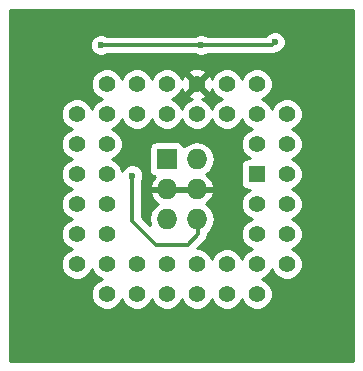
<source format=gbl>
%TF.GenerationSoftware,KiCad,Pcbnew,4.0.2+dfsg1-stable*%
%TF.CreationDate,2019-03-01T15:19:43+01:00*%
%TF.ProjectId,A1200MPU-Adapter,41313230304D50552D41646170746572,rev?*%
%TF.FileFunction,Copper,L2,Bot,Signal*%
%FSLAX46Y46*%
G04 Gerber Fmt 4.6, Leading zero omitted, Abs format (unit mm)*
G04 Created by KiCad (PCBNEW 4.0.2+dfsg1-stable) date Fri 01 Mar 2019 15:19:43 CET*
%MOMM*%
G01*
G04 APERTURE LIST*
%ADD10C,0.100000*%
%ADD11R,1.397000X1.397000*%
%ADD12C,1.397000*%
%ADD13R,1.727200X1.727200*%
%ADD14O,1.727200X1.727200*%
%ADD15C,0.600000*%
%ADD16C,0.300000*%
%ADD17C,0.254000*%
G04 APERTURE END LIST*
D10*
D11*
X153670000Y-102870000D03*
D12*
X156210000Y-105410000D03*
X153670000Y-105410000D03*
X156210000Y-107950000D03*
X153670000Y-107950000D03*
X156210000Y-110490000D03*
X153670000Y-113030000D03*
X153670000Y-110490000D03*
X151130000Y-113030000D03*
X151130000Y-110490000D03*
X148590000Y-113030000D03*
X148590000Y-110490000D03*
X146050000Y-113030000D03*
X146050000Y-110490000D03*
X143510000Y-113030000D03*
X143510000Y-110490000D03*
X140970000Y-113030000D03*
X138430000Y-110490000D03*
X140970000Y-110490000D03*
X138430000Y-107950000D03*
X140970000Y-107950000D03*
X138430000Y-105410000D03*
X140970000Y-105410000D03*
X138430000Y-102870000D03*
X140970000Y-102870000D03*
X138430000Y-100330000D03*
X140970000Y-100330000D03*
X138430000Y-97790000D03*
X140970000Y-95250000D03*
X140970000Y-97790000D03*
X143510000Y-95250000D03*
X143510000Y-97790000D03*
X146050000Y-95250000D03*
X146050000Y-97790000D03*
X148590000Y-95250000D03*
X148590000Y-97790000D03*
X151130000Y-95250000D03*
X151130000Y-97790000D03*
X153670000Y-95250000D03*
X156210000Y-97790000D03*
X153670000Y-97790000D03*
X156210000Y-100330000D03*
X153670000Y-100330000D03*
X156210000Y-102870000D03*
D13*
X146050000Y-101600000D03*
D14*
X148590000Y-101600000D03*
X146050000Y-104140000D03*
X148590000Y-104140000D03*
X146050000Y-106680000D03*
X148590000Y-106680000D03*
D15*
X140462000Y-91948000D03*
X155194000Y-91694000D03*
X148971000Y-91948000D03*
X143129000Y-102997000D03*
D16*
X148971000Y-91948000D02*
X140462000Y-91948000D01*
X155194000Y-91694000D02*
X154940000Y-91948000D01*
X154940000Y-91948000D02*
X148971000Y-91948000D01*
X143129000Y-102997000D02*
X143129000Y-106807000D01*
X143129000Y-106807000D02*
X145161000Y-108839000D01*
X145161000Y-108839000D02*
X147828000Y-108839000D01*
X147828000Y-108839000D02*
X148717000Y-107950000D01*
X148717000Y-107950000D02*
X148717000Y-106807000D01*
X148717000Y-106807000D02*
X148590000Y-106680000D01*
D17*
G36*
X161850000Y-118670000D02*
X132790000Y-118670000D01*
X132790000Y-98054086D01*
X137096269Y-98054086D01*
X137298854Y-98544380D01*
X137673647Y-98919827D01*
X138011446Y-99060094D01*
X137675620Y-99198854D01*
X137300173Y-99573647D01*
X137096732Y-100063587D01*
X137096269Y-100594086D01*
X137298854Y-101084380D01*
X137673647Y-101459827D01*
X138011446Y-101600094D01*
X137675620Y-101738854D01*
X137300173Y-102113647D01*
X137096732Y-102603587D01*
X137096269Y-103134086D01*
X137298854Y-103624380D01*
X137673647Y-103999827D01*
X138011446Y-104140094D01*
X137675620Y-104278854D01*
X137300173Y-104653647D01*
X137096732Y-105143587D01*
X137096269Y-105674086D01*
X137298854Y-106164380D01*
X137673647Y-106539827D01*
X138011446Y-106680094D01*
X137675620Y-106818854D01*
X137300173Y-107193647D01*
X137096732Y-107683587D01*
X137096269Y-108214086D01*
X137298854Y-108704380D01*
X137673647Y-109079827D01*
X138011446Y-109220094D01*
X137675620Y-109358854D01*
X137300173Y-109733647D01*
X137096732Y-110223587D01*
X137096269Y-110754086D01*
X137298854Y-111244380D01*
X137673647Y-111619827D01*
X138163587Y-111823268D01*
X138694086Y-111823731D01*
X139184380Y-111621146D01*
X139559827Y-111246353D01*
X139700094Y-110908554D01*
X139838854Y-111244380D01*
X140213647Y-111619827D01*
X140551446Y-111760094D01*
X140215620Y-111898854D01*
X139840173Y-112273647D01*
X139636732Y-112763587D01*
X139636269Y-113294086D01*
X139838854Y-113784380D01*
X140213647Y-114159827D01*
X140703587Y-114363268D01*
X141234086Y-114363731D01*
X141724380Y-114161146D01*
X142099827Y-113786353D01*
X142240094Y-113448554D01*
X142378854Y-113784380D01*
X142753647Y-114159827D01*
X143243587Y-114363268D01*
X143774086Y-114363731D01*
X144264380Y-114161146D01*
X144639827Y-113786353D01*
X144780094Y-113448554D01*
X144918854Y-113784380D01*
X145293647Y-114159827D01*
X145783587Y-114363268D01*
X146314086Y-114363731D01*
X146804380Y-114161146D01*
X147179827Y-113786353D01*
X147320094Y-113448554D01*
X147458854Y-113784380D01*
X147833647Y-114159827D01*
X148323587Y-114363268D01*
X148854086Y-114363731D01*
X149344380Y-114161146D01*
X149719827Y-113786353D01*
X149860094Y-113448554D01*
X149998854Y-113784380D01*
X150373647Y-114159827D01*
X150863587Y-114363268D01*
X151394086Y-114363731D01*
X151884380Y-114161146D01*
X152259827Y-113786353D01*
X152400094Y-113448554D01*
X152538854Y-113784380D01*
X152913647Y-114159827D01*
X153403587Y-114363268D01*
X153934086Y-114363731D01*
X154424380Y-114161146D01*
X154799827Y-113786353D01*
X155003268Y-113296413D01*
X155003731Y-112765914D01*
X154801146Y-112275620D01*
X154426353Y-111900173D01*
X154088554Y-111759906D01*
X154424380Y-111621146D01*
X154799827Y-111246353D01*
X154940094Y-110908554D01*
X155078854Y-111244380D01*
X155453647Y-111619827D01*
X155943587Y-111823268D01*
X156474086Y-111823731D01*
X156964380Y-111621146D01*
X157339827Y-111246353D01*
X157543268Y-110756413D01*
X157543731Y-110225914D01*
X157341146Y-109735620D01*
X156966353Y-109360173D01*
X156628554Y-109219906D01*
X156964380Y-109081146D01*
X157339827Y-108706353D01*
X157543268Y-108216413D01*
X157543731Y-107685914D01*
X157341146Y-107195620D01*
X156966353Y-106820173D01*
X156628554Y-106679906D01*
X156964380Y-106541146D01*
X157339827Y-106166353D01*
X157543268Y-105676413D01*
X157543731Y-105145914D01*
X157341146Y-104655620D01*
X156966353Y-104280173D01*
X156628554Y-104139906D01*
X156964380Y-104001146D01*
X157339827Y-103626353D01*
X157543268Y-103136413D01*
X157543731Y-102605914D01*
X157341146Y-102115620D01*
X156966353Y-101740173D01*
X156628554Y-101599906D01*
X156964380Y-101461146D01*
X157339827Y-101086353D01*
X157543268Y-100596413D01*
X157543731Y-100065914D01*
X157341146Y-99575620D01*
X156966353Y-99200173D01*
X156628554Y-99059906D01*
X156964380Y-98921146D01*
X157339827Y-98546353D01*
X157543268Y-98056413D01*
X157543731Y-97525914D01*
X157341146Y-97035620D01*
X156966353Y-96660173D01*
X156476413Y-96456732D01*
X155945914Y-96456269D01*
X155455620Y-96658854D01*
X155080173Y-97033647D01*
X154939906Y-97371446D01*
X154801146Y-97035620D01*
X154426353Y-96660173D01*
X154088554Y-96519906D01*
X154424380Y-96381146D01*
X154799827Y-96006353D01*
X155003268Y-95516413D01*
X155003731Y-94985914D01*
X154801146Y-94495620D01*
X154426353Y-94120173D01*
X153936413Y-93916732D01*
X153405914Y-93916269D01*
X152915620Y-94118854D01*
X152540173Y-94493647D01*
X152399906Y-94831446D01*
X152261146Y-94495620D01*
X151886353Y-94120173D01*
X151396413Y-93916732D01*
X150865914Y-93916269D01*
X150375620Y-94118854D01*
X150000173Y-94493647D01*
X149866686Y-94815118D01*
X149759800Y-94557071D01*
X149524188Y-94495417D01*
X148769605Y-95250000D01*
X149524188Y-96004583D01*
X149759800Y-95942929D01*
X149858083Y-95663688D01*
X149998854Y-96004380D01*
X150373647Y-96379827D01*
X150711446Y-96520094D01*
X150375620Y-96658854D01*
X150000173Y-97033647D01*
X149859906Y-97371446D01*
X149721146Y-97035620D01*
X149346353Y-96660173D01*
X149024882Y-96526686D01*
X149282929Y-96419800D01*
X149344583Y-96184188D01*
X148590000Y-95429605D01*
X147835417Y-96184188D01*
X147897071Y-96419800D01*
X148176312Y-96518083D01*
X147835620Y-96658854D01*
X147460173Y-97033647D01*
X147319906Y-97371446D01*
X147181146Y-97035620D01*
X146806353Y-96660173D01*
X146468554Y-96519906D01*
X146804380Y-96381146D01*
X147179827Y-96006353D01*
X147313314Y-95684882D01*
X147420200Y-95942929D01*
X147655812Y-96004583D01*
X148410395Y-95250000D01*
X147655812Y-94495417D01*
X147420200Y-94557071D01*
X147321917Y-94836312D01*
X147181146Y-94495620D01*
X147001652Y-94315812D01*
X147835417Y-94315812D01*
X148590000Y-95070395D01*
X149344583Y-94315812D01*
X149282929Y-94080200D01*
X148782520Y-93904073D01*
X148252801Y-93932852D01*
X147897071Y-94080200D01*
X147835417Y-94315812D01*
X147001652Y-94315812D01*
X146806353Y-94120173D01*
X146316413Y-93916732D01*
X145785914Y-93916269D01*
X145295620Y-94118854D01*
X144920173Y-94493647D01*
X144779906Y-94831446D01*
X144641146Y-94495620D01*
X144266353Y-94120173D01*
X143776413Y-93916732D01*
X143245914Y-93916269D01*
X142755620Y-94118854D01*
X142380173Y-94493647D01*
X142239906Y-94831446D01*
X142101146Y-94495620D01*
X141726353Y-94120173D01*
X141236413Y-93916732D01*
X140705914Y-93916269D01*
X140215620Y-94118854D01*
X139840173Y-94493647D01*
X139636732Y-94983587D01*
X139636269Y-95514086D01*
X139838854Y-96004380D01*
X140213647Y-96379827D01*
X140551446Y-96520094D01*
X140215620Y-96658854D01*
X139840173Y-97033647D01*
X139699906Y-97371446D01*
X139561146Y-97035620D01*
X139186353Y-96660173D01*
X138696413Y-96456732D01*
X138165914Y-96456269D01*
X137675620Y-96658854D01*
X137300173Y-97033647D01*
X137096732Y-97523587D01*
X137096269Y-98054086D01*
X132790000Y-98054086D01*
X132790000Y-92133167D01*
X139526838Y-92133167D01*
X139668883Y-92476943D01*
X139931673Y-92740192D01*
X140275201Y-92882838D01*
X140647167Y-92883162D01*
X140990943Y-92741117D01*
X140999074Y-92733000D01*
X148433494Y-92733000D01*
X148440673Y-92740192D01*
X148784201Y-92882838D01*
X149156167Y-92883162D01*
X149499943Y-92741117D01*
X149508074Y-92733000D01*
X154940000Y-92733000D01*
X155240407Y-92673245D01*
X155306477Y-92629099D01*
X155379167Y-92629162D01*
X155722943Y-92487117D01*
X155986192Y-92224327D01*
X156128838Y-91880799D01*
X156129162Y-91508833D01*
X155987117Y-91165057D01*
X155724327Y-90901808D01*
X155380799Y-90759162D01*
X155008833Y-90758838D01*
X154665057Y-90900883D01*
X154402482Y-91163000D01*
X149508506Y-91163000D01*
X149501327Y-91155808D01*
X149157799Y-91013162D01*
X148785833Y-91012838D01*
X148442057Y-91154883D01*
X148433926Y-91163000D01*
X140999506Y-91163000D01*
X140992327Y-91155808D01*
X140648799Y-91013162D01*
X140276833Y-91012838D01*
X139933057Y-91154883D01*
X139669808Y-91417673D01*
X139527162Y-91761201D01*
X139526838Y-92133167D01*
X132790000Y-92133167D01*
X132790000Y-88975000D01*
X161850000Y-88975000D01*
X161850000Y-118670000D01*
X161850000Y-118670000D01*
G37*
X161850000Y-118670000D02*
X132790000Y-118670000D01*
X132790000Y-98054086D01*
X137096269Y-98054086D01*
X137298854Y-98544380D01*
X137673647Y-98919827D01*
X138011446Y-99060094D01*
X137675620Y-99198854D01*
X137300173Y-99573647D01*
X137096732Y-100063587D01*
X137096269Y-100594086D01*
X137298854Y-101084380D01*
X137673647Y-101459827D01*
X138011446Y-101600094D01*
X137675620Y-101738854D01*
X137300173Y-102113647D01*
X137096732Y-102603587D01*
X137096269Y-103134086D01*
X137298854Y-103624380D01*
X137673647Y-103999827D01*
X138011446Y-104140094D01*
X137675620Y-104278854D01*
X137300173Y-104653647D01*
X137096732Y-105143587D01*
X137096269Y-105674086D01*
X137298854Y-106164380D01*
X137673647Y-106539827D01*
X138011446Y-106680094D01*
X137675620Y-106818854D01*
X137300173Y-107193647D01*
X137096732Y-107683587D01*
X137096269Y-108214086D01*
X137298854Y-108704380D01*
X137673647Y-109079827D01*
X138011446Y-109220094D01*
X137675620Y-109358854D01*
X137300173Y-109733647D01*
X137096732Y-110223587D01*
X137096269Y-110754086D01*
X137298854Y-111244380D01*
X137673647Y-111619827D01*
X138163587Y-111823268D01*
X138694086Y-111823731D01*
X139184380Y-111621146D01*
X139559827Y-111246353D01*
X139700094Y-110908554D01*
X139838854Y-111244380D01*
X140213647Y-111619827D01*
X140551446Y-111760094D01*
X140215620Y-111898854D01*
X139840173Y-112273647D01*
X139636732Y-112763587D01*
X139636269Y-113294086D01*
X139838854Y-113784380D01*
X140213647Y-114159827D01*
X140703587Y-114363268D01*
X141234086Y-114363731D01*
X141724380Y-114161146D01*
X142099827Y-113786353D01*
X142240094Y-113448554D01*
X142378854Y-113784380D01*
X142753647Y-114159827D01*
X143243587Y-114363268D01*
X143774086Y-114363731D01*
X144264380Y-114161146D01*
X144639827Y-113786353D01*
X144780094Y-113448554D01*
X144918854Y-113784380D01*
X145293647Y-114159827D01*
X145783587Y-114363268D01*
X146314086Y-114363731D01*
X146804380Y-114161146D01*
X147179827Y-113786353D01*
X147320094Y-113448554D01*
X147458854Y-113784380D01*
X147833647Y-114159827D01*
X148323587Y-114363268D01*
X148854086Y-114363731D01*
X149344380Y-114161146D01*
X149719827Y-113786353D01*
X149860094Y-113448554D01*
X149998854Y-113784380D01*
X150373647Y-114159827D01*
X150863587Y-114363268D01*
X151394086Y-114363731D01*
X151884380Y-114161146D01*
X152259827Y-113786353D01*
X152400094Y-113448554D01*
X152538854Y-113784380D01*
X152913647Y-114159827D01*
X153403587Y-114363268D01*
X153934086Y-114363731D01*
X154424380Y-114161146D01*
X154799827Y-113786353D01*
X155003268Y-113296413D01*
X155003731Y-112765914D01*
X154801146Y-112275620D01*
X154426353Y-111900173D01*
X154088554Y-111759906D01*
X154424380Y-111621146D01*
X154799827Y-111246353D01*
X154940094Y-110908554D01*
X155078854Y-111244380D01*
X155453647Y-111619827D01*
X155943587Y-111823268D01*
X156474086Y-111823731D01*
X156964380Y-111621146D01*
X157339827Y-111246353D01*
X157543268Y-110756413D01*
X157543731Y-110225914D01*
X157341146Y-109735620D01*
X156966353Y-109360173D01*
X156628554Y-109219906D01*
X156964380Y-109081146D01*
X157339827Y-108706353D01*
X157543268Y-108216413D01*
X157543731Y-107685914D01*
X157341146Y-107195620D01*
X156966353Y-106820173D01*
X156628554Y-106679906D01*
X156964380Y-106541146D01*
X157339827Y-106166353D01*
X157543268Y-105676413D01*
X157543731Y-105145914D01*
X157341146Y-104655620D01*
X156966353Y-104280173D01*
X156628554Y-104139906D01*
X156964380Y-104001146D01*
X157339827Y-103626353D01*
X157543268Y-103136413D01*
X157543731Y-102605914D01*
X157341146Y-102115620D01*
X156966353Y-101740173D01*
X156628554Y-101599906D01*
X156964380Y-101461146D01*
X157339827Y-101086353D01*
X157543268Y-100596413D01*
X157543731Y-100065914D01*
X157341146Y-99575620D01*
X156966353Y-99200173D01*
X156628554Y-99059906D01*
X156964380Y-98921146D01*
X157339827Y-98546353D01*
X157543268Y-98056413D01*
X157543731Y-97525914D01*
X157341146Y-97035620D01*
X156966353Y-96660173D01*
X156476413Y-96456732D01*
X155945914Y-96456269D01*
X155455620Y-96658854D01*
X155080173Y-97033647D01*
X154939906Y-97371446D01*
X154801146Y-97035620D01*
X154426353Y-96660173D01*
X154088554Y-96519906D01*
X154424380Y-96381146D01*
X154799827Y-96006353D01*
X155003268Y-95516413D01*
X155003731Y-94985914D01*
X154801146Y-94495620D01*
X154426353Y-94120173D01*
X153936413Y-93916732D01*
X153405914Y-93916269D01*
X152915620Y-94118854D01*
X152540173Y-94493647D01*
X152399906Y-94831446D01*
X152261146Y-94495620D01*
X151886353Y-94120173D01*
X151396413Y-93916732D01*
X150865914Y-93916269D01*
X150375620Y-94118854D01*
X150000173Y-94493647D01*
X149866686Y-94815118D01*
X149759800Y-94557071D01*
X149524188Y-94495417D01*
X148769605Y-95250000D01*
X149524188Y-96004583D01*
X149759800Y-95942929D01*
X149858083Y-95663688D01*
X149998854Y-96004380D01*
X150373647Y-96379827D01*
X150711446Y-96520094D01*
X150375620Y-96658854D01*
X150000173Y-97033647D01*
X149859906Y-97371446D01*
X149721146Y-97035620D01*
X149346353Y-96660173D01*
X149024882Y-96526686D01*
X149282929Y-96419800D01*
X149344583Y-96184188D01*
X148590000Y-95429605D01*
X147835417Y-96184188D01*
X147897071Y-96419800D01*
X148176312Y-96518083D01*
X147835620Y-96658854D01*
X147460173Y-97033647D01*
X147319906Y-97371446D01*
X147181146Y-97035620D01*
X146806353Y-96660173D01*
X146468554Y-96519906D01*
X146804380Y-96381146D01*
X147179827Y-96006353D01*
X147313314Y-95684882D01*
X147420200Y-95942929D01*
X147655812Y-96004583D01*
X148410395Y-95250000D01*
X147655812Y-94495417D01*
X147420200Y-94557071D01*
X147321917Y-94836312D01*
X147181146Y-94495620D01*
X147001652Y-94315812D01*
X147835417Y-94315812D01*
X148590000Y-95070395D01*
X149344583Y-94315812D01*
X149282929Y-94080200D01*
X148782520Y-93904073D01*
X148252801Y-93932852D01*
X147897071Y-94080200D01*
X147835417Y-94315812D01*
X147001652Y-94315812D01*
X146806353Y-94120173D01*
X146316413Y-93916732D01*
X145785914Y-93916269D01*
X145295620Y-94118854D01*
X144920173Y-94493647D01*
X144779906Y-94831446D01*
X144641146Y-94495620D01*
X144266353Y-94120173D01*
X143776413Y-93916732D01*
X143245914Y-93916269D01*
X142755620Y-94118854D01*
X142380173Y-94493647D01*
X142239906Y-94831446D01*
X142101146Y-94495620D01*
X141726353Y-94120173D01*
X141236413Y-93916732D01*
X140705914Y-93916269D01*
X140215620Y-94118854D01*
X139840173Y-94493647D01*
X139636732Y-94983587D01*
X139636269Y-95514086D01*
X139838854Y-96004380D01*
X140213647Y-96379827D01*
X140551446Y-96520094D01*
X140215620Y-96658854D01*
X139840173Y-97033647D01*
X139699906Y-97371446D01*
X139561146Y-97035620D01*
X139186353Y-96660173D01*
X138696413Y-96456732D01*
X138165914Y-96456269D01*
X137675620Y-96658854D01*
X137300173Y-97033647D01*
X137096732Y-97523587D01*
X137096269Y-98054086D01*
X132790000Y-98054086D01*
X132790000Y-92133167D01*
X139526838Y-92133167D01*
X139668883Y-92476943D01*
X139931673Y-92740192D01*
X140275201Y-92882838D01*
X140647167Y-92883162D01*
X140990943Y-92741117D01*
X140999074Y-92733000D01*
X148433494Y-92733000D01*
X148440673Y-92740192D01*
X148784201Y-92882838D01*
X149156167Y-92883162D01*
X149499943Y-92741117D01*
X149508074Y-92733000D01*
X154940000Y-92733000D01*
X155240407Y-92673245D01*
X155306477Y-92629099D01*
X155379167Y-92629162D01*
X155722943Y-92487117D01*
X155986192Y-92224327D01*
X156128838Y-91880799D01*
X156129162Y-91508833D01*
X155987117Y-91165057D01*
X155724327Y-90901808D01*
X155380799Y-90759162D01*
X155008833Y-90758838D01*
X154665057Y-90900883D01*
X154402482Y-91163000D01*
X149508506Y-91163000D01*
X149501327Y-91155808D01*
X149157799Y-91013162D01*
X148785833Y-91012838D01*
X148442057Y-91154883D01*
X148433926Y-91163000D01*
X140999506Y-91163000D01*
X140992327Y-91155808D01*
X140648799Y-91013162D01*
X140276833Y-91012838D01*
X139933057Y-91154883D01*
X139669808Y-91417673D01*
X139527162Y-91761201D01*
X139526838Y-92133167D01*
X132790000Y-92133167D01*
X132790000Y-88975000D01*
X161850000Y-88975000D01*
X161850000Y-118670000D01*
G36*
X152538854Y-98544380D02*
X152913647Y-98919827D01*
X153251446Y-99060094D01*
X152915620Y-99198854D01*
X152540173Y-99573647D01*
X152336732Y-100063587D01*
X152336269Y-100594086D01*
X152538854Y-101084380D01*
X152913647Y-101459827D01*
X153068337Y-101524060D01*
X152971500Y-101524060D01*
X152736183Y-101568338D01*
X152520059Y-101707410D01*
X152375069Y-101919610D01*
X152324060Y-102171500D01*
X152324060Y-103568500D01*
X152368338Y-103803817D01*
X152507410Y-104019941D01*
X152719610Y-104164931D01*
X152971500Y-104215940D01*
X153067884Y-104215940D01*
X152915620Y-104278854D01*
X152540173Y-104653647D01*
X152336732Y-105143587D01*
X152336269Y-105674086D01*
X152538854Y-106164380D01*
X152913647Y-106539827D01*
X153251446Y-106680094D01*
X152915620Y-106818854D01*
X152540173Y-107193647D01*
X152336732Y-107683587D01*
X152336269Y-108214086D01*
X152538854Y-108704380D01*
X152913647Y-109079827D01*
X153251446Y-109220094D01*
X152915620Y-109358854D01*
X152540173Y-109733647D01*
X152399906Y-110071446D01*
X152261146Y-109735620D01*
X151886353Y-109360173D01*
X151396413Y-109156732D01*
X150865914Y-109156269D01*
X150375620Y-109358854D01*
X150000173Y-109733647D01*
X149859906Y-110071446D01*
X149721146Y-109735620D01*
X149346353Y-109360173D01*
X148856413Y-109156732D01*
X148620632Y-109156526D01*
X149272079Y-108505079D01*
X149442245Y-108250406D01*
X149502000Y-107950000D01*
X149502000Y-107857957D01*
X149679029Y-107739670D01*
X150003885Y-107253489D01*
X150117959Y-106680000D01*
X150003885Y-106106511D01*
X149679029Y-105620330D01*
X149355772Y-105404336D01*
X149478490Y-105346821D01*
X149872688Y-104914947D01*
X150044958Y-104499026D01*
X149923817Y-104267000D01*
X148717000Y-104267000D01*
X148717000Y-104287000D01*
X148463000Y-104287000D01*
X148463000Y-104267000D01*
X146177000Y-104267000D01*
X146177000Y-104287000D01*
X145923000Y-104287000D01*
X145923000Y-104267000D01*
X144716183Y-104267000D01*
X144595042Y-104499026D01*
X144767312Y-104914947D01*
X145161510Y-105346821D01*
X145284228Y-105404336D01*
X144960971Y-105620330D01*
X144636115Y-106106511D01*
X144522041Y-106680000D01*
X144623816Y-107191658D01*
X143914000Y-106481842D01*
X143914000Y-103534506D01*
X143921192Y-103527327D01*
X144063838Y-103183799D01*
X144064162Y-102811833D01*
X143922117Y-102468057D01*
X143659327Y-102204808D01*
X143315799Y-102062162D01*
X142943833Y-102061838D01*
X142600057Y-102203883D01*
X142336808Y-102466673D01*
X142291391Y-102576049D01*
X142101146Y-102115620D01*
X141726353Y-101740173D01*
X141388554Y-101599906D01*
X141724380Y-101461146D01*
X142099827Y-101086353D01*
X142245140Y-100736400D01*
X144538960Y-100736400D01*
X144538960Y-102463600D01*
X144583238Y-102698917D01*
X144722310Y-102915041D01*
X144934510Y-103060031D01*
X145028375Y-103079039D01*
X144767312Y-103365053D01*
X144595042Y-103780974D01*
X144716183Y-104013000D01*
X145923000Y-104013000D01*
X145923000Y-103993000D01*
X146177000Y-103993000D01*
X146177000Y-104013000D01*
X148463000Y-104013000D01*
X148463000Y-103993000D01*
X148717000Y-103993000D01*
X148717000Y-104013000D01*
X149923817Y-104013000D01*
X150044958Y-103780974D01*
X149872688Y-103365053D01*
X149478490Y-102933179D01*
X149355772Y-102875664D01*
X149679029Y-102659670D01*
X150003885Y-102173489D01*
X150117959Y-101600000D01*
X150003885Y-101026511D01*
X149679029Y-100540330D01*
X149192848Y-100215474D01*
X148619359Y-100101400D01*
X148560641Y-100101400D01*
X147987152Y-100215474D01*
X147521558Y-100526574D01*
X147516762Y-100501083D01*
X147377690Y-100284959D01*
X147165490Y-100139969D01*
X146913600Y-100088960D01*
X145186400Y-100088960D01*
X144951083Y-100133238D01*
X144734959Y-100272310D01*
X144589969Y-100484510D01*
X144538960Y-100736400D01*
X142245140Y-100736400D01*
X142303268Y-100596413D01*
X142303731Y-100065914D01*
X142101146Y-99575620D01*
X141726353Y-99200173D01*
X141388554Y-99059906D01*
X141724380Y-98921146D01*
X142099827Y-98546353D01*
X142240094Y-98208554D01*
X142378854Y-98544380D01*
X142753647Y-98919827D01*
X143243587Y-99123268D01*
X143774086Y-99123731D01*
X144264380Y-98921146D01*
X144639827Y-98546353D01*
X144780094Y-98208554D01*
X144918854Y-98544380D01*
X145293647Y-98919827D01*
X145783587Y-99123268D01*
X146314086Y-99123731D01*
X146804380Y-98921146D01*
X147179827Y-98546353D01*
X147320094Y-98208554D01*
X147458854Y-98544380D01*
X147833647Y-98919827D01*
X148323587Y-99123268D01*
X148854086Y-99123731D01*
X149344380Y-98921146D01*
X149719827Y-98546353D01*
X149860094Y-98208554D01*
X149998854Y-98544380D01*
X150373647Y-98919827D01*
X150863587Y-99123268D01*
X151394086Y-99123731D01*
X151884380Y-98921146D01*
X152259827Y-98546353D01*
X152400094Y-98208554D01*
X152538854Y-98544380D01*
X152538854Y-98544380D01*
G37*
X152538854Y-98544380D02*
X152913647Y-98919827D01*
X153251446Y-99060094D01*
X152915620Y-99198854D01*
X152540173Y-99573647D01*
X152336732Y-100063587D01*
X152336269Y-100594086D01*
X152538854Y-101084380D01*
X152913647Y-101459827D01*
X153068337Y-101524060D01*
X152971500Y-101524060D01*
X152736183Y-101568338D01*
X152520059Y-101707410D01*
X152375069Y-101919610D01*
X152324060Y-102171500D01*
X152324060Y-103568500D01*
X152368338Y-103803817D01*
X152507410Y-104019941D01*
X152719610Y-104164931D01*
X152971500Y-104215940D01*
X153067884Y-104215940D01*
X152915620Y-104278854D01*
X152540173Y-104653647D01*
X152336732Y-105143587D01*
X152336269Y-105674086D01*
X152538854Y-106164380D01*
X152913647Y-106539827D01*
X153251446Y-106680094D01*
X152915620Y-106818854D01*
X152540173Y-107193647D01*
X152336732Y-107683587D01*
X152336269Y-108214086D01*
X152538854Y-108704380D01*
X152913647Y-109079827D01*
X153251446Y-109220094D01*
X152915620Y-109358854D01*
X152540173Y-109733647D01*
X152399906Y-110071446D01*
X152261146Y-109735620D01*
X151886353Y-109360173D01*
X151396413Y-109156732D01*
X150865914Y-109156269D01*
X150375620Y-109358854D01*
X150000173Y-109733647D01*
X149859906Y-110071446D01*
X149721146Y-109735620D01*
X149346353Y-109360173D01*
X148856413Y-109156732D01*
X148620632Y-109156526D01*
X149272079Y-108505079D01*
X149442245Y-108250406D01*
X149502000Y-107950000D01*
X149502000Y-107857957D01*
X149679029Y-107739670D01*
X150003885Y-107253489D01*
X150117959Y-106680000D01*
X150003885Y-106106511D01*
X149679029Y-105620330D01*
X149355772Y-105404336D01*
X149478490Y-105346821D01*
X149872688Y-104914947D01*
X150044958Y-104499026D01*
X149923817Y-104267000D01*
X148717000Y-104267000D01*
X148717000Y-104287000D01*
X148463000Y-104287000D01*
X148463000Y-104267000D01*
X146177000Y-104267000D01*
X146177000Y-104287000D01*
X145923000Y-104287000D01*
X145923000Y-104267000D01*
X144716183Y-104267000D01*
X144595042Y-104499026D01*
X144767312Y-104914947D01*
X145161510Y-105346821D01*
X145284228Y-105404336D01*
X144960971Y-105620330D01*
X144636115Y-106106511D01*
X144522041Y-106680000D01*
X144623816Y-107191658D01*
X143914000Y-106481842D01*
X143914000Y-103534506D01*
X143921192Y-103527327D01*
X144063838Y-103183799D01*
X144064162Y-102811833D01*
X143922117Y-102468057D01*
X143659327Y-102204808D01*
X143315799Y-102062162D01*
X142943833Y-102061838D01*
X142600057Y-102203883D01*
X142336808Y-102466673D01*
X142291391Y-102576049D01*
X142101146Y-102115620D01*
X141726353Y-101740173D01*
X141388554Y-101599906D01*
X141724380Y-101461146D01*
X142099827Y-101086353D01*
X142245140Y-100736400D01*
X144538960Y-100736400D01*
X144538960Y-102463600D01*
X144583238Y-102698917D01*
X144722310Y-102915041D01*
X144934510Y-103060031D01*
X145028375Y-103079039D01*
X144767312Y-103365053D01*
X144595042Y-103780974D01*
X144716183Y-104013000D01*
X145923000Y-104013000D01*
X145923000Y-103993000D01*
X146177000Y-103993000D01*
X146177000Y-104013000D01*
X148463000Y-104013000D01*
X148463000Y-103993000D01*
X148717000Y-103993000D01*
X148717000Y-104013000D01*
X149923817Y-104013000D01*
X150044958Y-103780974D01*
X149872688Y-103365053D01*
X149478490Y-102933179D01*
X149355772Y-102875664D01*
X149679029Y-102659670D01*
X150003885Y-102173489D01*
X150117959Y-101600000D01*
X150003885Y-101026511D01*
X149679029Y-100540330D01*
X149192848Y-100215474D01*
X148619359Y-100101400D01*
X148560641Y-100101400D01*
X147987152Y-100215474D01*
X147521558Y-100526574D01*
X147516762Y-100501083D01*
X147377690Y-100284959D01*
X147165490Y-100139969D01*
X146913600Y-100088960D01*
X145186400Y-100088960D01*
X144951083Y-100133238D01*
X144734959Y-100272310D01*
X144589969Y-100484510D01*
X144538960Y-100736400D01*
X142245140Y-100736400D01*
X142303268Y-100596413D01*
X142303731Y-100065914D01*
X142101146Y-99575620D01*
X141726353Y-99200173D01*
X141388554Y-99059906D01*
X141724380Y-98921146D01*
X142099827Y-98546353D01*
X142240094Y-98208554D01*
X142378854Y-98544380D01*
X142753647Y-98919827D01*
X143243587Y-99123268D01*
X143774086Y-99123731D01*
X144264380Y-98921146D01*
X144639827Y-98546353D01*
X144780094Y-98208554D01*
X144918854Y-98544380D01*
X145293647Y-98919827D01*
X145783587Y-99123268D01*
X146314086Y-99123731D01*
X146804380Y-98921146D01*
X147179827Y-98546353D01*
X147320094Y-98208554D01*
X147458854Y-98544380D01*
X147833647Y-98919827D01*
X148323587Y-99123268D01*
X148854086Y-99123731D01*
X149344380Y-98921146D01*
X149719827Y-98546353D01*
X149860094Y-98208554D01*
X149998854Y-98544380D01*
X150373647Y-98919827D01*
X150863587Y-99123268D01*
X151394086Y-99123731D01*
X151884380Y-98921146D01*
X152259827Y-98546353D01*
X152400094Y-98208554D01*
X152538854Y-98544380D01*
M02*

</source>
